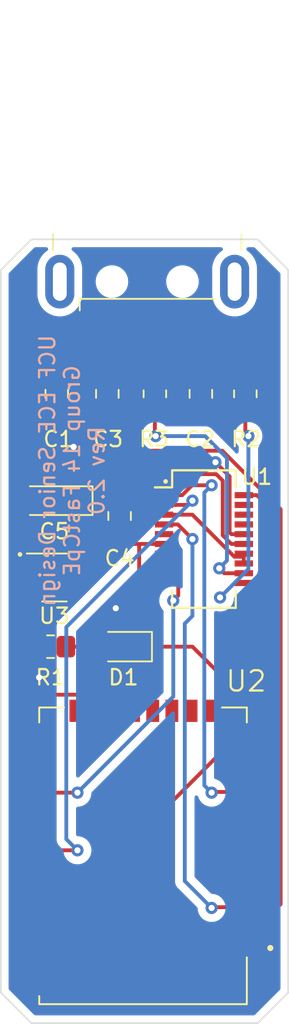
<source format=kicad_pcb>
(kicad_pcb (version 20211014) (generator pcbnew)
  (layers (0 "F.Cu" signal) (31 "B.Cu" signal) (34 "B.Paste" user) (35 "F.Paste" user) (36 "B.SilkS" user "B.Silkscreen") (37 "F.SilkS" user "F.Silkscreen") (38 "B.Mask" user) (39 "F.Mask" user) (44 "Edge.Cuts" user))
  (net 0 "")
  (net 1 "+5V")
  (net 2 "GND")
  (net 3 "Net-(C2-Pad1)")
  (net 4 "Net-(C3-Pad1)")
  (net 5 "Net-(U1-Pad13)")
  (net 6 "+3.3V")
  (net 7 "Net-(D1-Pad2)")
  (net 8 "Net-(U1-Pad11)")
  (net 9 "Net-(R3-Pad2)")
  (net 10 "DTR_XBEE")
  (net 11 "RTS_XBEE")
  (net 12 "DOUT_XBEE")
  (net 16 "CTS_XBEE")
  (net 21 "DIN_XBEE")
  (net 23 "RESET")
  (footprint "Capacitor_SMD:C_0805_2012Metric_Pad1.18x1.45mm_HandSolder" (layer "F.Cu") (at 139.2 76.8 -90)
    (fp_text reference "C3" (at 2.95 -0.05 180) (layer "F.SilkS"))
    (fp_text value "47pF")
    (fp_line (start -0.261252 0.735) (end 0.261252 0.735) (layer "F.SilkS") (width 0.12))
    (fp_line (start -0.261252 -0.735) (end 0.261252 -0.735) (layer "F.SilkS") (width 0.12))
    (pad "1" smd roundrect (at -1.0375 0 270) (size 1.175 1.45) (layers "F.Cu" "F.Paste" "F.Mask") (roundrect_rratio 0.212766) (net 4 "Net-(C3-Pad1)"))
    (pad "2" smd roundrect (at 1.0375 0 270) (size 1.175 1.45) (layers "F.Cu" "F.Paste" "F.Mask") (roundrect_rratio 0.212766) (net 2 "GND"))
  )
  (footprint "Capacitor_SMD:C_0805_2012Metric_Pad1.18x1.45mm_HandSolder" (layer "F.Cu") (at 145.3 76.8 -90)
    (fp_text reference "C2" (at 2.95 0.05 180) (layer "F.SilkS"))
    (fp_text value "47pF")
    (fp_line (start -0.261252 0.735) (end 0.261252 0.735) (layer "F.SilkS") (width 0.12))
    (fp_line (start -0.261252 -0.735) (end 0.261252 -0.735) (layer "F.SilkS") (width 0.12))
    (pad "1" smd roundrect (at -1.0375 0 270) (size 1.175 1.45) (layers "F.Cu" "F.Paste" "F.Mask") (roundrect_rratio 0.212766) (net 3 "Net-(C2-Pad1)"))
    (pad "2" smd roundrect (at 1.0375 0 270) (size 1.175 1.45) (layers "F.Cu" "F.Paste" "F.Mask") (roundrect_rratio 0.212766) (net 2 "GND"))
  )
  (footprint "Resistor_SMD:R_0805_2012Metric_Pad1.20x1.40mm_HandSolder" (layer "F.Cu") (at 135.5 93.25)
    (fp_text reference "R1" (at 0 2) (layer "F.SilkS"))
    (fp_text value "330")
    (fp_line (start -0.227064 0.735) (end 0.227064 0.735) (layer "F.SilkS") (width 0.12))
    (fp_line (start -0.227064 -0.735) (end 0.227064 -0.735) (layer "F.SilkS") (width 0.12))
    (pad "1" smd roundrect (at -1 0) (size 1.2 1.4) (layers "F.Cu" "F.Paste" "F.Mask") (roundrect_rratio 0.208333) (net 1 "+5V"))
    (pad "2" smd roundrect (at 1 0) (size 1.2 1.4) (layers "F.Cu" "F.Paste" "F.Mask") (roundrect_rratio 0.208333) (net 7 "Net-(D1-Pad2)"))
  )
  (footprint "Capacitor_Tantalum_SMD:CP_EIA-3216-12_Kemet-S_Pad1.58x1.35mm_HandSolder" (layer "F.Cu") (at 135.75 83.75 180)
    (fp_text reference "C5" (at 0 -2) (layer "F.SilkS"))
    (fp_text value "2.2uF")
    (fp_line (start -2.485 -0.935) (end -2.485 0.935) (layer "F.SilkS") (width 0.12))
    (fp_line (start -2.485 0.935) (end 1.6 0.935) (layer "F.SilkS") (width 0.12))
    (fp_line (start 1.6 -0.935) (end -2.485 -0.935) (layer "F.SilkS") (width 0.12))
    (pad "1" smd roundrect (at -1.4375 0 180) (size 1.575 1.35) (layers "F.Cu" "F.Paste" "F.Mask") (roundrect_rratio 0.185185) (net 6 "+3.3V"))
    (pad "2" smd roundrect (at 1.4375 0 180) (size 1.575 1.35) (layers "F.Cu" "F.Paste" "F.Mask") (roundrect_rratio 0.185185) (net 2 "GND"))
  )
  (footprint "Resistor_SMD:R_0805_2012Metric_Pad1.20x1.40mm_HandSolder" (layer "F.Cu") (at 142.3 76.8 -90)
    (fp_text reference "R3" (at 2.95 0.05 180) (layer "F.SilkS"))
    (fp_text value "27")
    (fp_line (start -0.227064 0.735) (end 0.227064 0.735) (layer "F.SilkS") (width 0.12))
    (fp_line (start -0.227064 -0.735) (end 0.227064 -0.735) (layer "F.SilkS") (width 0.12))
    (pad "1" smd roundrect (at -1 0 270) (size 1.2 1.4) (layers "F.Cu" "F.Paste" "F.Mask") (roundrect_rratio 0.208333) (net 4 "Net-(C3-Pad1)"))
    (pad "2" smd roundrect (at 1 0 270) (size 1.2 1.4) (layers "F.Cu" "F.Paste" "F.Mask") (roundrect_rratio 0.208333) (net 9 "Net-(R3-Pad2)"))
  )
  (footprint "Package_TO_SOT_SMD:SOT-23-5" (layer "F.Cu") (at 135.75 88.75)
    (fp_text reference "U3" (at 0 2.5) (layer "F.SilkS"))
    (fp_text value "MIC5219-3.3YM5" hide)
    (fp_line (start 0 1.56) (end -0.8 1.56) (layer "F.SilkS") (width 0.12))
    (fp_line (start 0 -1.56) (end 0.8 -1.56) (layer "F.SilkS") (width 0.12))
    (fp_line (start 0 -1.56) (end -1.8 -1.56) (layer "F.SilkS") (width 0.12))
    (fp_line (start 0 1.56) (end 0.8 1.56) (layer "F.SilkS") (width 0.12))
    (pad "1" smd roundrect (at -1.1375 -0.95) (size 1.325 0.6) (layers "F.Cu" "F.Paste" "F.Mask") (net 1 "+5V"))
    (pad "2" smd roundrect (at -1.1375 0) (size 1.325 0.6) (layers "F.Cu" "F.Paste" "F.Mask") (net 2 "GND"))
    (pad "3" smd roundrect (at -1.1375 0.95) (size 1.325 0.6) (layers "F.Cu" "F.Paste" "F.Mask") (net 1 "+5V"))
    (pad "4" smd roundrect (at 1.1375 0.95) (size 1.325 0.6) (layers "F.Cu" "F.Paste" "F.Mask"))
    (pad "5" smd roundrect (at 1.1375 -0.95) (size 1.325 0.6) (layers "F.Cu" "F.Paste" "F.Mask") (net 6 "+3.3V"))
  )
  (footprint "Connector_USB:USB_A_CNCTech_1001-011-01101_Horizontal" (layer "F.Cu") (at 141.05 61.85 180)
    (fp_text reference "J1" hide)
    (fp_text value "USB_A")
    (fp_line (start 5.395 -5.6) (end 5.395 -4.55) (layer "F.SilkS") (width 0.12))
    (fp_line (start 3.65 -8.77) (end -5.15 -8.77) (layer "F.SilkS") (width 0.12))
    (fp_line (start 3.65 -8.77) (end 3.65 -9.525) (layer "F.SilkS") (width 0.12))
    (fp_line (start -6.895 -5.6) (end -6.895 -4.55) (layer "F.SilkS") (width 0.12))
    (pad "" np_thru_hole circle locked (at 1.55 -7.65 90) (size 1.1 1.1) (drill 1.1) (layers *.Cu *.Mask))
    (pad "" np_thru_hole circle locked (at -3.05 -7.65 90) (size 1.1 1.1) (drill 1.1) (layers *.Cu *.Mask))
    (pad "1" smd rect locked (at 2.75 -10.4 90) (size 2.5 1.1) (layers "F.Cu" "F.Paste" "F.Mask") (net 1 "+5V"))
    (pad "2" smd rect locked (at 0.25 -10.4 90) (size 2.5 1.1) (layers "F.Cu" "F.Paste" "F.Mask") (net 4 "Net-(C3-Pad1)"))
    (pad "3" smd rect locked (at -1.75 -10.4 90) (size 2.5 1.1) (layers "F.Cu" "F.Paste" "F.Mask") (net 3 "Net-(C2-Pad1)"))
    (pad "4" smd rect locked (at -4.25 -10.4 90) (size 2.5 1.1) (layers "F.Cu" "F.Paste" "F.Mask") (net 2 "GND"))
    (pad "5" thru_hole oval locked (at -6.45 -7.65 90) (size 3.5 1.9) (drill oval 2.5 0.9) (layers *.Cu *.Mask))
    (pad "5" thru_hole oval locked (at 4.95 -7.65 90) (size 3.5 1.9) (drill oval 2.5 0.9) (layers *.Cu *.Mask))
  )
  (footprint "Capacitor_SMD:C_0805_2012Metric_Pad1.18x1.45mm_HandSolder" (layer "F.Cu") (at 140 84.75 -90)
    (fp_text reference "C4" (at 2.75 0 180) (layer "F.SilkS"))
    (fp_text value "0.1uF")
    (fp_line (start -0.261252 -0.735) (end 0.261252 -0.735) (layer "F.SilkS") (width 0.12))
    (fp_line (start -0.261252 0.735) (end 0.261252 0.735) (layer "F.SilkS") (width 0.12))
    (pad "1" smd roundrect (at -1.0375 0 270) (size 1.175 1.45) (layers "F.Cu" "F.Paste" "F.Mask") (roundrect_rratio 0.212766) (net 5 "Net-(U1-Pad13)"))
    (pad "2" smd roundrect (at 1.0375 0 270) (size 1.175 1.45) (layers "F.Cu" "F.Paste" "F.Mask") (roundrect_rratio 0.212766) (net 2 "GND"))
  )
  (footprint "LED_SMD:LED_0805_2012Metric_Pad1.15x1.40mm_HandSolder" (layer "F.Cu") (at 140.25 93.25 180)
    (fp_text reference "D1" (at 0 -2) (layer "F.SilkS"))
    (fp_text value "LED")
    (fp_line (start -1.86 0.96) (end 1 0.96) (layer "F.SilkS") (width 0.12))
    (fp_line (start 1 -0.96) (end -1.86 -0.96) (layer "F.SilkS") (width 0.12))
    (fp_line (start -1.86 -0.96) (end -1.86 0.96) (layer "F.SilkS") (width 0.12))
    (pad "1" smd roundrect (at -1.025 0 180) (size 1.15 1.4) (layers "F.Cu" "F.Paste" "F.Mask") (roundrect_rratio 0.217391) (net 2 "GND"))
    (pad "2" smd roundrect (at 1.025 0 180) (size 1.15 1.4) (layers "F.Cu" "F.Paste" "F.Mask") (roundrect_rratio 0.217391) (net 7 "Net-(D1-Pad2)"))
  )
  (footprint "Resistor_SMD:R_0805_2012Metric_Pad1.20x1.40mm_HandSolder" (layer "F.Cu") (at 148.2 76.8 -90)
    (fp_text reference "R2" (at 2.95 -0.05 180) (layer "F.SilkS"))
    (fp_text value "27")
    (fp_line (start -0.227064 0.735) (end 0.227064 0.735) (layer "F.SilkS") (width 0.12))
    (fp_line (start -0.227064 -0.735) (end 0.227064 -0.735) (layer "F.SilkS") (width 0.12))
    (pad "1" smd roundrect (at -1 0 270) (size 1.2 1.4) (layers "F.Cu" "F.Paste" "F.Mask") (roundrect_rratio 0.208333) (net 3 "Net-(C2-Pad1)"))
    (pad "2" smd roundrect (at 1 0 270) (size 1.2 1.4) (layers "F.Cu" "F.Paste" "F.Mask") (roundrect_rratio 0.208333) (net 8 "Net-(U1-Pad11)"))
  )
  (footprint "XBee:XB3-24Z8UM-J" (layer "F.Cu") (at 141.5275 106.85975 180)
    (fp_text reference "U2" (at -6.7225 11.35975) (layer "F.SilkS") (effects (font (size 1.32 1.32))))
    (fp_text value "XB3-24Z8CM-J")
    (fp_line (start -6.7691 9.652) (end -5.15 9.652) (layer "F.SilkS") (width 0.127))
    (fp_line (start 6.7691 9.652) (end 6.7691 8.68) (layer "F.SilkS") (width 0.127))
    (fp_line (start 5.15 9.652) (end 6.7691 9.652) (layer "F.SilkS") (width 0.127))
    (fp_line (start 6.7691 -9.652) (end 6.7691 -9.13) (layer "F.SilkS") (width 0.127))
    (fp_line (start -6.7691 -6.61) (end -6.7691 -9.652) (layer "F.SilkS") (width 0.127))
    (fp_line (start -6.7691 -9.652) (end 6.7691 -9.652) (layer "F.SilkS") (width 0.127))
    (fp_line (start -6.7691 8.68) (end -6.7691 9.652) (layer "F.SilkS") (width 0.127))
    (fp_circle (center -8.3 -6) (end -8.2 -6) (layer "F.SilkS") (width 0.2) (fill none))
    (pad "1" smd rect (at -6.5532 -5.842 180) (size 1.4478 0.8382) (layers "F.Cu" "F.Paste" "F.Mask") (net 2 "GND"))
    (pad "2" smd rect (at -6.5532 -4.59232 180) (size 1.4478 0.8382) (layers "F.Cu" "F.Paste" "F.Mask") (net 6 "+3.3V"))
    (pad "3" smd rect (at -6.5532 -3.34264 180) (size 1.4478 0.8382) (layers "F.Cu" "F.Paste" "F.Mask") (net 12 "DOUT_XBEE"))
    (pad "4" smd rect (at -6.5532 -2.09296 180) (size 1.4478 0.8382) (layers "F.Cu" "F.Paste" "F.Mask") (net 21 "DIN_XBEE"))
    (pad "5" smd rect (at -6.5532 -0.843281 180) (size 1.4478 0.8382) (layers "F.Cu" "F.Paste" "F.Mask"))
    (pad "6" smd rect (at -6.5532 0.4064 180) (size 1.4478 0.8382) (layers "F.Cu" "F.Paste" "F.Mask") (net 23 "RESET"))
    (pad "7" smd rect (at -6.5532 1.65608 180) (size 1.4478 0.8382) (layers "F.Cu" "F.Paste" "F.Mask"))
    (pad "8" smd rect (at -6.5532 2.90576 180) (size 1.4478 0.8382) (layers "F.Cu" "F.Paste" "F.Mask"))
    (pad "9" smd rect (at -6.5532 4.15544 180) (size 1.4478 0.8382) (layers "F.Cu" "F.Paste" "F.Mask") (net 10 "DTR_XBEE"))
    (pad "10" smd rect (at -6.5532 5.40512 180) (size 1.4478 0.8382) (layers "F.Cu" "F.Paste" "F.Mask") (net 2 "GND"))
    (pad "11" smd rect (at -6.5532 6.6548 180) (size 1.4478 0.8382) (layers "F.Cu" "F.Paste" "F.Mask"))
    (pad "12" smd rect (at -6.5532 7.90448 180) (size 1.4478 0.8382) (layers "F.Cu" "F.Paste" "F.Mask") (net 2 "GND"))
    (pad "13" smd rect (at -4.3815 9.4361 270) (size 1.4478 0.8382) (layers "F.Cu" "F.Paste" "F.Mask"))
    (pad "14" smd rect (at -3.13182 9.4361 270) (size 1.4478 0.8382) (layers "F.Cu" "F.Paste" "F.Mask"))
    (pad "15" smd rect (at -1.88214 9.4361 270) (size 1.4478 0.8382) (layers "F.Cu" "F.Paste" "F.Mask"))
    (pad "16" smd rect (at -0.632459 9.4361 270) (size 1.4478 0.8382) (layers "F.Cu" "F.Paste" "F.Mask"))
    (pad "17" smd rect (at 0.617219 9.4361 270) (size 1.4478 0.8382) (layers "F.Cu" "F.Paste" "F.Mask"))
    (pad "18" smd rect (at 1.8669 9.4361 270) (size 1.4478 0.8382) (layers "F.Cu" "F.Paste" "F.Mask"))
    (pad "19" smd rect (at 3.11658 9.4361 270) (size 1.4478 0.8382) (layers "F.Cu" "F.Paste" "F.Mask"))
    (pad "20" smd rect (at 4.3815 9.4361 270) (size 1.4478 0.8382) (layers "F.Cu" "F.Paste" "F.Mask"))
    (pad "21" smd rect (at 6.5532 7.90448 180) (size 1.4478 0.8382) (layers "F.Cu" "F.Paste" "F.Mask") (net 2 "GND"))
    (pad "22" smd rect (at 6.5532 6.6548 180) (size 1.4478 0.8382) (layers "F.Cu" "F.Paste" "F.Mask"))
    (pad "23" smd rect (at 6.5532 5.40512 180) (size 1.4478 0.8382) (layers "F.Cu" "F.Paste" "F.Mask"))
    (pad "24" smd rect (at 6.5532 4.15544 180) (size 1.4478 0.8382) (layers "F.Cu" "F.Paste" "F.Mask") (net 16 "CTS_XBEE"))
    (pad "25" smd rect (at 6.5532 2.90576 180) (size 1.4478 0.8382) (layers "F.Cu" "F.Paste" "F.Mask"))
    (pad "26" smd rect (at 6.5532 1.65608 180) (size 1.4478 0.8382) (layers "F.Cu" "F.Paste" "F.Mask"))
    (pad "27" smd rect (at 6.5532 0.4064 180) (size 1.4478 0.8382) (layers "F.Cu" "F.Paste" "F.Mask") (net 11 "RTS_XBEE"))
    (pad "28" smd rect (at 6.5532 -0.843281 180) (size 1.4478 0.8382) (layers "F.Cu" "F.Paste" "F.Mask"))
    (pad "29" smd rect (at 6.5532 -2.09296 180) (size 1.4478 0.8382) (layers "F.Cu" "F.Paste" "F.Mask"))
    (pad "30" smd rect (at 6.5532 -3.34264 180) (size 1.4478 0.8382) (layers "F.Cu" "F.Paste" "F.Mask"))
    (pad "31" smd rect (at 6.5532 -4.59232 180) (size 1.4478 0.8382) (layers "F.Cu" "F.Paste" "F.Mask"))
    (pad "32" smd rect (at 6.5532 -5.842 180) (size 1.4478 0.8382) (layers "F.Cu" "F.Paste" "F.Mask") (net 2 "GND"))
    (pad "33" smd rect (at 6.5532 -7.09168 180) (size 1.4478 0.8382) (layers "F.Cu" "F.Paste" "F.Mask"))
    (pad "34" smd rect (at 6.5532 -8.3566 180) (size 1.4478 0.8382) (layers "F.Cu" "F.Paste" "F.Mask") (net 2 "GND"))
  )
  (footprint "Capacitor_SMD:C_0805_2012Metric_Pad1.18x1.45mm_HandSolder" (layer "F.Cu") (at 135.9 76.8 -90)
    (fp_text reference "C1" (at 2.95 -0.1 180) (layer "F.SilkS"))
    (fp_text value "0.1uF")
    (fp_line (start -0.261252 0.735) (end 0.261252 0.735) (layer "F.SilkS") (width 0.12))
    (fp_line (start -0.261252 -0.735) (end 0.261252 -0.735) (layer "F.SilkS") (width 0.12))
    (pad "1" smd roundrect (at -1.0375 0 270) (size 1.175 1.45) (layers "F.Cu" "F.Paste" "F.Mask") (roundrect_rratio 0.212766) (net 1 "+5V"))
    (pad "2" smd roundrect (at 1.0375 0 270) (size 1.175 1.45) (layers "F.Cu" "F.Paste" "F.Mask") (roundrect_rratio 0.212766) (net 2 "GND"))
  )
  (footprint "Package_SO:SSOP-20_3.9x8.7mm_P0.635mm" (layer "F.Cu") (at 145.5 86.25)
    (fp_text reference "U1" (at 3.45 -4.05) (layer "F.SilkS"))
    (fp_text value "FT231XS")
    (fp_line (start -2.075 4.475) (end -2.075 3.365) (layer "F.SilkS") (width 0.15))
    (fp_line (start -2.075 -4.475) (end 2.075 -4.475) (layer "F.SilkS") (width 0.15))
    (fp_line (start 2.075 4.475) (end 2.075 3.365) (layer "F.SilkS") (width 0.15))
    (fp_line (start -2.075 -3.365) (end -3.2 -3.365) (layer "F.SilkS") (width 0.15))
    (fp_line (start -2.075 -3.365) (end -2.075 -4.475) (layer "F.SilkS") (width 0.15))
    (fp_line (start -2.075 4.475) (end 2.075 4.475) (layer "F.SilkS") (width 0.15))
    (fp_line (start 2.075 -4.475) (end 2.075 -3.365) (layer "F.SilkS") (width 0.15))
    (pad "1" smd rect (at -2.6 -2.8575) (size 1.2 0.4) (layers "F.Cu" "F.Paste" "F.Mask") (net 10 "DTR_XBEE"))
    (pad "2" smd rect (at -2.6 -2.2225) (size 1.2 0.4) (layers "F.Cu" "F.Paste" "F.Mask") (net 11 "RTS_XBEE"))
    (pad "3" smd rect (at -2.6 -1.5875) (size 1.2 0.4) (layers "F.Cu" "F.Paste" "F.Mask") (net 5 "Net-(U1-Pad13)"))
    (pad "4" smd rect (at -2.6 -0.9525) (size 1.2 0.4) (layers "F.Cu" "F.Paste" "F.Mask") (net 12 "DOUT_XBEE"))
    (pad "5" smd rect (at -2.6 -0.3175) (size 1.2 0.4) (layers "F.Cu" "F.Paste" "F.Mask"))
    (pad "6" smd rect (at -2.6 0.3175) (size 1.2 0.4) (layers "F.Cu" "F.Paste" "F.Mask") (net 2 "GND"))
    (pad "7" smd rect (at -2.6 0.9525) (size 1.2 0.4) (layers "F.Cu" "F.Paste" "F.Mask"))
    (pad "8" smd rect (at -2.6 1.5875) (size 1.2 0.4) (layers "F.Cu" "F.Paste" "F.Mask"))
    (pad "9" smd rect (at -2.6 2.2225) (size 1.2 0.4) (layers "F.Cu" "F.Paste" "F.Mask") (net 16 "CTS_XBEE"))
    (pad "10" smd rect (at -2.6 2.8575) (size 1.2 0.4) (layers "F.Cu" "F.Paste" "F.Mask"))
    (pad "11" smd rect (at 2.6 2.8575) (size 1.2 0.4) (layers "F.Cu" "F.Paste" "F.Mask") (net 8 "Net-(U1-Pad11)"))
    (pad "12" smd rect (at 2.6 2.2225) (size 1.2 0.4) (layers "F.Cu" "F.Paste" "F.Mask") (net 9 "Net-(R3-Pad2)"))
    (pad "13" smd rect (at 2.6 1.5875) (size 1.2 0.4) (layers "F.Cu" "F.Paste" "F.Mask") (net 5 "Net-(U1-Pad13)"))
    (pad "14" smd rect (at 2.6 0.9525) (size 1.2 0.4) (layers "F.Cu" "F.Paste" "F.Mask") (net 5 "Net-(U1-Pad13)"))
    (pad "15" smd rect (at 2.6 0.3175) (size 1.2 0.4) (layers "F.Cu" "F.Paste" "F.Mask") (net 1 "+5V"))
    (pad "16" smd rect (at 2.6 -0.3175) (size 1.2 0.4) (layers "F.Cu" "F.Paste" "F.Mask") (net 2 "GND"))
    (pad "17" smd rect (at 2.6 -0.9525) (size 1.2 0.4) (layers "F.Cu" "F.Paste" "F.Mask"))
    (pad "18" smd rect (at 2.6 -1.5875) (size 1.2 0.4) (layers "F.Cu" "F.Paste" "F.Mask"))
    (pad "19" smd rect (at 2.6 -2.2225) (size 1.2 0.4) (layers "F.Cu" "F.Paste" "F.Mask"))
    (pad "20" smd rect (at 2.6 -2.8575) (size 1.2 0.4) (layers "F.Cu" "F.Paste" "F.Mask") (net 21 "DIN_XBEE"))
  )
  (gr_circle (center 143 82.5) (end 143 82.5) (layer "F.SilkS") (width 0.15) (fill none))
  (gr_circle (center 133.5 87.25) (end 133.5 87.25) (layer "F.SilkS") (width 0.15) (fill none))
  (gr_line (start 149 117.75) (end 134.25 117.75) (layer "Edge.Cuts") (width 0.1))
  (gr_line (start 149 66.75) (end 151 68.75) (layer "Edge.Cuts") (width 0.1))
  (gr_line (start 134.25 66.75) (end 149 66.75) (layer "Edge.Cuts") (width 0.1))
  (gr_line (start 151 115.75) (end 149 117.75) (layer "Edge.Cuts") (width 0.1))
  (gr_line (start 132.25 115.75) (end 132.25 68.75) (layer "Edge.Cuts") (width 0.1))
  (gr_line (start 132.25 115.75) (end 134.25 117.75) (layer "Edge.Cuts") (width 0.1))
  (gr_line (start 134.25 66.75) (end 132.25 68.75) (layer "Edge.Cuts") (width 0.1))
  (gr_line (start 151 68.75) (end 151 115.75) (layer "Edge.Cuts") (width 0.1))
  (gr_text "UCF ECE Senior Design\nGroup 14 FastCpE\nRev 2.0" (at 136.9 81.8 90) (layer "B.SilkS") (effects (font (size 1 1)) (justify mirror)))
  (segment (start 135.6 89.096751) (end 135.6 88.65) (width 0.25) (layer "F.Cu") (net 1))
  (segment (start 135.05 87.8) (end 134.6125 87.8) (width 0.25) (layer "F.Cu") (net 1))
  (segment (start 133.2 86.3875) (end 133.2 78.4625) (width 0.25) (layer "F.Cu") (net 1))
  (segment (start 138.021751 88.65) (end 135.6 88.65) (width 0.25) (layer "F.Cu") (net 1))
  (segment (start 138.5 88.171751) (end 138.021751 88.65) (width 0.25) (layer "F.Cu") (net 1))
  (segment (start 146.725 82.45) (end 146.3 82.025) (width 0.25) (layer "F.Cu") (net 1))
  (segment (start 148.1 86.5675) (end 147.286396 86.5675) (width 0.25) (layer "F.Cu") (net 1))
  (segment (start 135.6 88.65) (end 135.6 88.35) (width 0.25) (layer "F.Cu") (net 1))
  (segment (start 146.3 82.025) (end 139.975 82.025) (width 0.25) (layer "F.Cu") (net 1))
  (segment (start 134.6125 89.7) (end 134.5 89.8125) (width 0.25) (layer "F.Cu") (net 1))
  (segment (start 134.5 91.25) (end 134.5 93.25) (width 0.25) (layer "F.Cu") (net 1))
  (segment (start 134.996751 89.7) (end 134.6125 89.7) (width 0.25) (layer "F.Cu") (net 1))
  (segment (start 135.6 88.35) (end 135.05 87.8) (width 0.25) (layer "F.Cu") (net 1))
  (segment (start 138.3 72.25) (end 135.9 74.65) (width 0.25) (layer "F.Cu") (net 1))
  (segment (start 134.5 89.8125) (end 134.5 91.25) (width 0.25) (layer "F.Cu") (net 1))
  (segment (start 133.2 78.4625) (end 135.9 75.7625) (width 0.25) (layer "F.Cu") (net 1))
  (segment (start 147.286396 86.5675) (end 146.725 86.006104) (width 0.25) (layer "F.Cu") (net 1))
  (segment (start 139.975 82.025) (end 138.5 83.5) (width 0.25) (layer "F.Cu") (net 1))
  (segment (start 134.996751 89.7) (end 135.6 89.096751) (width 0.25) (layer "F.Cu") (net 1))
  (segment (start 138.5 83.5) (end 138.5 88.171751) (width 0.25) (layer "F.Cu") (net 1))
  (segment (start 146.725 86.006104) (end 146.725 82.45) (width 0.25) (layer "F.Cu") (net 1))
  (segment (start 134.6125 87.8) (end 133.2 86.3875) (width 0.25) (layer "F.Cu") (net 1))
  (segment (start 135.9 74.65) (end 135.9 75.7625) (width 0.25) (layer "F.Cu") (net 1))
  (segment (start 135.95175 112.70175) (end 136.5 113.25) (width 0.25) (layer "F.Cu") (net 2))
  (segment (start 146.79825 112.70175) (end 148.0807 112.70175) (width 0.25) (layer "F.Cu") (net 2))
  (segment (start 140.78 86.5675) (end 141.3175 86.5675) (width 0.25) (layer "F.Cu") (net 2))
  (segment (start 139.2 77.8375) (end 140.1625 76.875) (width 0.25) (layer "F.Cu") (net 2))
  (segment (start 134.6125 88.75) (end 134.228249 88.75) (width 0.25) (layer "F.Cu") (net 2))
  (segment (start 133.25 95.25) (end 133.25 97.23097) (width 0.25) (layer "F.Cu") (net 2))
  (segment (start 145.3 72.25) (end 147.25 72.25) (width 0.25) (layer "F.Cu") (net 2))
  (segment (start 144.3375 76.875) (end 145.3 77.8375) (width 0.25) (layer "F.Cu") (net 2))
  (segment (start 133.25 89.728249) (end 133.25 95.25) (width 0.25) (layer "F.Cu") (net 2))
  (segment (start 147.287792 85.9325) (end 147.175 85.819708) (width 0.25) (layer "F.Cu") (net 2))
  (segment (start 146.5 100.25) (end 146.5 101) (width 0.25) (layer "F.Cu") (net 2))
  (segment (start 136.5 113.75) (end 136.5 114.66455) (width 0.25) (layer "F.Cu") (net 2))
  (segment (start 136.5 113.25) (end 136.5 113.75) (width 0.25) (layer "F.Cu") (net 2))
  (segment (start 138.15025 96.37475) (end 135.62525 96.37475) (width 0.25) (layer "F.Cu") (net 2))
  (segment (start 145.75 113.75) (end 146.79825 112.70175) (width 0.25) (layer "F.Cu") (net 2))
  (segment (start 135.9 77.8375) (end 137.6625 77.8375) (width 0.25) (layer "F.Cu") (net 2))
  (segment (start 147.175 85.819708) (end 147.175 82.175) (width 0.25) (layer "F.Cu") (net 2))
  (segment (start 146.95463 101.45463) (end 148.0807 101.45463) (width 0.25) (layer "F.Cu") (net 2))
  (segment (start 147.25 72.25) (end 149.225 74.225) (width 0.25) (layer "F.Cu") (net 2))
  (segment (start 136.5 114.66455) (end 135.9482 115.21635) (width 0.25) (layer "F.Cu") (net 2))
  (segment (start 146.4125 77.8375) (end 145.3 77.8375) (width 0.25) (layer "F.Cu") (net 2))
  (segment (start 141.275 93.25) (end 141.275 90.775) (width 0.25) (layer "F.Cu") (net 2))
  (segment (start 134.3125 83.75) (end 134.3125 79.425) (width 0.25) (layer "F.Cu") (net 2))
  (segment (start 146.5 101) (end 146.95463 101.45463) (width 0.25) (layer "F.Cu") (net 2))
  (segment (start 135.9482 115.21635) (end 134.9743 115.21635) (width 0.25) (layer "F.Cu") (net 2))
  (segment (start 141.275 93.25) (end 138.15025 96.37475) (width 0.25) (layer "F.Cu") (net 2))
  (segment (start 149.225 76.4) (end 148.75 76.875) (width 0.25) (layer "F.Cu") (net 2))
  (segment (start 141.275 90.775) (end 141.275 86.61) (width 0.25) (layer "F.Cu") (net 2))
  (segment (start 134.009515 97.990485) (end 134.9743 98.95527) (width 0.25) (layer "F.Cu") (net 2))
  (segment (start 149.225 74.225) (end 149.225 76.4) (width 0.25) (layer "F.Cu") (net 2))
  (segment (start 142.25 104.5) (end 142.25 113.75) (width 0.25) (layer "F.Cu") (net 2))
  (segment (start 134.3125 79.425) (end 135.9 77.8375) (width 0.25) (layer "F.Cu") (net 2))
  (segment (start 141.275 93.25) (end 144.75 93.25) (width 0.25) (layer "F.Cu") (net 2))
  (segment (start 147.175 82.175) (end 146.25 81.25) (width 0.25) (layer "F.Cu") (net 2))
  (segment (start 140.1625 76.875) (end 144.3375 76.875) (width 0.25) (layer "F.Cu") (net 2))
  (segment (start 148.75 76.875) (end 147.375 76.875) (width 0.25) (layer "F.Cu") (net 2))
  (segment (start 139.75 90.75) (end 141.25 90.75) (width 0.25) (layer "F.Cu") (net 2))
  (segment (start 148.0807 96.5807) (end 148.0807 98.95527) (width 0.25) (layer "F.Cu") (net 2))
  (segment (start 146.5 99.56207) (end 146.5 100.25) (width 0.25) (layer "F.Cu") (net 2))
  (segment (start 134.9743 112.70175) (end 135.95175 112.70175) (width 0.25) (layer "F.Cu") (net 2))
  (segment (start 142.25 113.75) (end 145.75 113.75) (width 0.25) (layer "F.Cu") (net 2))
  (segment (start 148.1 85.9325) (end 147.287792 85.9325) (width 0.25) (layer "F.Cu") (net 2))
  (segment (start 147.375 76.875) (end 146.4125 77.8375) (width 0.25) (layer "F.Cu") (net 2))
  (segment (start 134.228249 88.75) (end 133.25 89.728249) (width 0.25) (layer "F.Cu") (net 2))
  (segment (start 140 85.7875) (end 140.78 86.5675) (width 0.25) (layer "F.Cu") (net 2))
  (segment (start 137.75 77.925) (end 137.75 79.5) (width 0.25) (layer "F.Cu") (net 2))
  (segment (start 148.0807 98.95527) (end 147.1068 98.95527) (width 0.25) (layer "F.Cu") (net 2))
  (segment (start 135.62525 96.37475) (end 134.009515 97.990485) (width 0.25) (layer "F.Cu") (net 2))
  (segment (start 137.75 79.5) (end 137 80.25) (width 0.25) (layer "F.Cu") (net 2))
  (segment (start 133.25 97.23097) (end 134.009515 97.990485) (width 0.25) (layer "F.Cu") (net 2))
  (segment (start 137.6625 77.8375) (end 137.75 77.925) (width 0.25) (layer "F.Cu") (net 2))
  (segment (start 141.275 86.61) (end 141.3175 86.5675) (width 0.25) (layer "F.Cu") (net 2))
  (segment (start 146.5 100.25) (end 142.25 104.5) (width 0.25) (layer "F.Cu") (net 2))
  (segment (start 141.25 90.75) (end 141.275 90.775) (width 0.25) (layer "F.Cu") (net 2))
  (segment (start 134.75 95.25) (end 133.25 95.25) (width 0.25) (layer "F.Cu") (net 2))
  (segment (start 136.5 113.75) (end 142.25 113.75) (width 0.25) (layer "F.Cu") (net 2))
  (segment (start 137.6625 77.8375) (end 139.2 77.8375) (width 0.25) (layer "F.Cu") (net 2))
  (segment (start 144.75 93.25) (end 148.0807 96.5807) (width 0.25) (layer "F.Cu") (net 2))
  (segment (start 141.3175 86.5675) (end 142.9 86.5675) (width 0.25) (layer "F.Cu") (net 2))
  (segment (start 147.1068 98.95527) (end 146.5 99.56207) (width 0.25) (layer "F.Cu") (net 2))
  (via (at 146.25 81.25) (size 0.8) (drill 0.4) (layers "F.Cu" "B.Cu") (net 2))
  (via (at 137 80.25) (size 0.8) (drill 0.4) (layers "F.Cu" "B.Cu") (net 2))
  (via (at 139.75 90.75) (size 0.8) (drill 0.4) (layers "F.Cu" "B.Cu") (net 2))
  (via (at 134.75 95.25) (size 0.8) (drill 0.4) (layers "F.Cu" "B.Cu") (net 2))
  (segment (start 148.1625 75.7625) (end 145.3 75.7625) (width 0.25) (layer "F.Cu") (net 3))
  (segment (start 142.8 73.2625) (end 145.3 75.7625) (width 0.25) (layer "F.Cu") (net 3))
  (segment (start 142.8 72.25) (end 142.8 73.2625) (width 0.25) (layer "F.Cu") (net 3))
  (segment (start 148.2 75.8) (end 148.1625 75.7625) (width 0.25) (layer "F.Cu") (net 3))
  (segment (start 140.7625 75.7625) (end 142.2625 75.7625) (width 0.25) (layer "F.Cu") (net 4))
  (segment (start 140.8 72.25) (end 140.8 75.725) (width 0.25) (layer "F.Cu") (net 4))
  (segment (start 140.8 75.725) (end 140.7625 75.7625) (width 0.25) (layer "F.Cu") (net 4))
  (segment (start 139.2 75.7625) (end 140.7625 75.7625) (width 0.25) (layer "F.Cu") (net 4))
  (segment (start 142.2625 75.7625) (end 142.3 75.8) (width 0.25) (layer "F.Cu") (net 4))
  (segment (start 140 83.7125) (end 140.7125 83.7125) (width 0.25) (layer "F.Cu") (net 5))
  (segment (start 142.9 84.6625) (end 144.745 84.6625) (width 0.25) (layer "F.Cu") (net 5))
  (segment (start 144.745 84.6625) (end 147.4825 87.4) (width 0.25) (layer "F.Cu") (net 5))
  (segment (start 141.6625 84.6625) (end 142.9 84.6625) (width 0.25) (layer "F.Cu") (net 5))
  (segment (start 140.7125 83.7125) (end 141.6625 84.6625) (width 0.25) (layer "F.Cu") (net 5))
  (segment (start 148.1 87.4) (end 148.1 87.8375) (width 0.25) (layer "F.Cu") (net 5))
  (segment (start 148.1 87.2025) (end 148.1 87.4) (width 0.25) (layer "F.Cu") (net 5))
  (segment (start 147.4825 87.4) (end 148.1 87.4) (width 0.25) (layer "F.Cu") (net 5))
  (segment (start 146.693896 80.5) (end 150.5 84.306104) (width 0.25) (layer "F.Cu") (net 6))
  (segment (start 137.1875 83.75) (end 140.4375 80.5) (width 0.25) (layer "F.Cu") (net 6))
  (segment (start 150.5 110) (end 149.04793 111.45207) (width 0.25) (layer "F.Cu") (net 6))
  (segment (start 140.4375 80.5) (end 146.693896 80.5) (width 0.25) (layer "F.Cu") (net 6))
  (segment (start 136.8875 84.05) (end 137.1875 83.75) (width 0.25) (layer "F.Cu") (net 6))
  (segment (start 149.04793 111.45207) (end 148.0807 111.45207) (width 0.25) (layer "F.Cu") (net 6))
  (segment (start 150.5 84.306104) (end 150.5 110) (width 0.25) (layer "F.Cu") (net 6))
  (segment (start 136.8875 87.8) (end 136.8875 84.05) (width 0.25) (layer "F.Cu") (net 6))
  (segment (start 136.5 93.25) (end 139.225 93.25) (width 0.25) (layer "F.Cu") (net 7))
  (segment (start 148.2 79.35) (end 148.4 79.55) (width 0.25) (layer "F.Cu") (net 8))
  (segment (start 147.5 89.1) (end 146.55 90.05) (width 0.25) (layer "F.Cu") (net 8))
  (segment (start 148.1 89.1075) (end 148.1 89.1) (width 0.25) (layer "F.Cu") (net 8))
  (segment (start 148.1 89.1) (end 147.5 89.1) (width 0.25) (layer "F.Cu") (net 8))
  (segment (start 148.2 77.8) (end 148.2 79.35) (width 0.25) (layer "F.Cu") (net 8))
  (via (at 148.4 79.55) (size 0.8) (drill 0.4) (layers "F.Cu" "B.Cu") (net 8))
  (via (at 146.55 90.05) (size 0.8) (drill 0.4) (layers "F.Cu" "B.Cu") (net 8))
  (segment (start 148.4 79.55) (end 148.4 88.2) (width 0.25) (layer "B.Cu") (net 8))
  (segment (start 148.4 88.2) (end 146.55 90.05) (width 0.25) (layer "B.Cu") (net 8))
  (segment (start 146.8225 88.4725) (end 148.1 88.4725) (width 0.25) (layer "F.Cu") (net 9))
  (segment (start 142.3 79.5) (end 142.35 79.55) (width 0.25) (layer "F.Cu") (net 9))
  (segment (start 146.5 88.15) (end 146.8225 88.4725) (width 0.25) (layer "F.Cu") (net 9))
  (segment (start 142.3 77.8) (end 142.3 79.5) (width 0.25) (layer "F.Cu") (net 9))
  (via (at 146.5 88.15) (size 0.8) (drill 0.4) (layers "F.Cu" "B.Cu") (net 9))
  (via (at 142.35 79.55) (size 0.8) (drill 0.4) (layers "F.Cu" "B.Cu") (net 9))
  (segment (start 142.35 79.55) (end 145.575305 79.55) (width 0.25) (layer "B.Cu") (net 9))
  (segment (start 147 87.65) (end 146.5 88.15) (width 0.25) (layer "B.Cu") (net 9))
  (segment (start 147 80.974695) (end 147 87.65) (width 0.25) (layer "B.Cu") (net 9))
  (segment (start 145.575305 79.55) (end 147 80.974695) (width 0.25) (layer "B.Cu") (net 9))
  (segment (start 146.04569 102.70431) (end 146 102.75) (width 0.25) (layer "F.Cu") (net 10))
  (segment (start 144.724695 82.75) (end 144.082195 83.3925) (width 0.25) (layer "F.Cu") (net 10))
  (segment (start 148.0807 102.70431) (end 146.04569 102.70431) (width 0.25) (layer "F.Cu") (net 10))
  (segment (start 146 82.75) (end 144.724695 82.75) (width 0.25) (layer "F.Cu") (net 10))
  (segment (start 144.082195 83.3925) (end 142.9 83.3925) (width 0.25) (layer "F.Cu") (net 10))
  (via (at 146 82.75) (size 0.8) (drill 0.4) (layers "F.Cu" "B.Cu") (net 10))
  (via (at 146 102.75) (size 0.8) (drill 0.4) (layers "F.Cu" "B.Cu") (net 10))
  (segment (start 146 82.75) (end 145.525 83.225) (width 0.25) (layer "B.Cu") (net 10))
  (segment (start 145.525 102.275) (end 146 102.75) (width 0.25) (layer "B.Cu") (net 10))
  (segment (start 145.525 83.225) (end 145.525 102.275) (width 0.25) (layer "B.Cu") (net 10))
  (segment (start 144.4725 84.0275) (end 144.75 83.75) (width 0.25) (layer "F.Cu") (net 11))
  (segment (start 137.25 106.5) (end 135.02095 106.5) (width 0.25) (layer "F.Cu") (net 11))
  (segment (start 135.02095 106.5) (end 134.9743 106.45335) (width 0.25) (layer "F.Cu") (net 11))
  (segment (start 142.9 84.0275) (end 144.4725 84.0275) (width 0.25) (layer "F.Cu") (net 11))
  (via (at 137.25 106.5) (size 0.8) (drill 0.4) (layers "F.Cu" "B.Cu") (net 11))
  (via (at 144.75 83.75) (size 0.8) (drill 0.4) (layers "F.Cu" "B.Cu") (net 11))
  (segment (start 144.75 83.75) (end 136.525 91.975) (width 0.25) (layer "B.Cu") (net 11))
  (segment (start 136.525 105.775) (end 137.25 106.5) (width 0.25) (layer "B.Cu") (net 11))
  (segment (start 136.525 91.975) (end 136.525 105.775) (width 0.25) (layer "B.Cu") (net 11))
  (segment (start 143.7975 85.2975) (end 144.75 86.25) (width 0.25) (layer "F.Cu") (net 12))
  (segment (start 142.9 85.2975) (end 143.7975 85.2975) (width 0.25) (layer "F.Cu") (net 12))
  (segment (start 148.0807 110.20239) (end 146.04761 110.20239) (width 0.25) (layer "F.Cu") (net 12))
  (segment (start 146.04761 110.20239) (end 146 110.25) (width 0.25) (layer "F.Cu") (net 12))
  (via (at 146 110.25) (size 0.8) (drill 0.4) (layers "F.Cu" "B.Cu") (net 12))
  (via (at 144.75 86.25) (size 0.8) (drill 0.4) (layers "F.Cu" "B.Cu") (net 12))
  (segment (start 144.25 108.5) (end 146 110.25) (width 0.25) (layer "B.Cu") (net 12))
  (segment (start 144.75 86.25) (end 144.75 91.25) (width 0.25) (layer "B.Cu") (net 12))
  (segment (start 144.75 91.25) (end 144.25 91.75) (width 0.25) (layer "B.Cu") (net 12))
  (segment (start 144.25 91.75) (end 144.25 108.5) (width 0.25) (layer "B.Cu") (net 12))
  (segment (start 142.9 88.4725) (end 143.75 88.4725) (width 0.25) (layer "F.Cu") (net 16))
  (segment (start 135.01999 102.75) (end 134.9743 102.70431) (width 0.25) (layer "F.Cu") (net 16))
  (segment (start 143.825 89.925) (end 143.5 90.25) (width 0.25) (layer "F.Cu") (net 16))
  (segment (start 143.75 88.4725) (end 143.825 88.5475) (width 0.25) (layer "F.Cu") (net 16))
  (segment (start 143.825 88.5475) (end 143.825 89.925) (width 0.25) (layer "F.Cu") (net 16))
  (segment (start 137.25 102.75) (end 135.01999 102.75) (width 0.25) (layer "F.Cu") (net 16))
  (via (at 137.25 102.75) (size 0.8) (drill 0.4) (layers "F.Cu" "B.Cu") (net 16))
  (via (at 143.5 90.25) (size 0.8) (drill 0.4) (layers "F.Cu" "B.Cu") (net 16))
  (segment (start 143.5 96.5) (end 137.25 102.75) (width 0.25) (layer "B.Cu") (net 16))
  (segment (start 143.5 90.25) (end 143.5 96.5) (width 0.25) (layer "B.Cu") (net 16))
  (segment (start 148.1 83.3925) (end 148.95 83.3925) (width 0.25) (layer "F.Cu") (net 21))
  (segment (start 149.0546 108.95271) (end 148.0807 108.95271) (width 0.25) (layer "F.Cu") (net 21))
  (segment (start 150 108.00731) (end 149.0546 108.95271) (width 0.25) (layer "F.Cu") (net 21))
  (segment (start 148.95 83.3925) (end 150 84.4425) (width 0.25) (layer "F.Cu") (net 21))
  (segment (start 150 84.4425) (end 150 108.00731) (width 0.25) (layer "F.Cu") (net 21))
  (zone (net 2) (net_name "GND") (layer "B.Cu") (name "GND") (connect_pads (clearance 0.508)) (min_thickness 0.254) (fill yes (thermal_gap 0.508) (thermal_bridge_width 0.508))
    (polygon (pts (xy 150.75 117.5) (xy 132.5 117.5) (xy 132.5 67) (xy 150.75 67)))
  )
)
</source>
